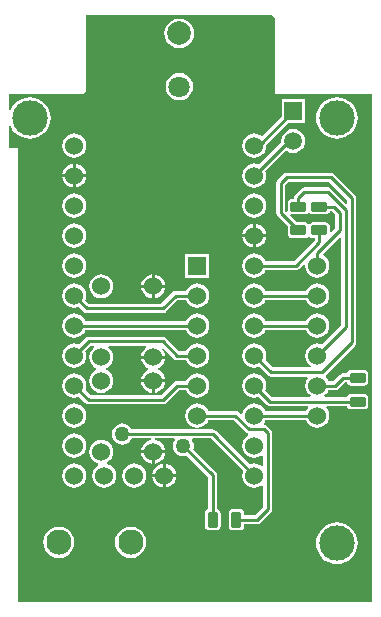
<source format=gbl>
G04 Layer_Physical_Order=2*
G04 Layer_Color=16711680*
%FSLAX24Y24*%
%MOIN*%
G70*
G01*
G75*
%ADD10R,0.0600X0.0600*%
G04:AMPARAMS|DCode=11|XSize=51.2mil|YSize=31.5mil|CornerRadius=3.9mil|HoleSize=0mil|Usage=FLASHONLY|Rotation=90.000|XOffset=0mil|YOffset=0mil|HoleType=Round|Shape=RoundedRectangle|*
%AMROUNDEDRECTD11*
21,1,0.0512,0.0236,0,0,90.0*
21,1,0.0433,0.0315,0,0,90.0*
1,1,0.0079,0.0118,0.0217*
1,1,0.0079,0.0118,-0.0217*
1,1,0.0079,-0.0118,-0.0217*
1,1,0.0079,-0.0118,0.0217*
%
%ADD11ROUNDEDRECTD11*%
G04:AMPARAMS|DCode=12|XSize=51.2mil|YSize=31.5mil|CornerRadius=3.9mil|HoleSize=0mil|Usage=FLASHONLY|Rotation=0.000|XOffset=0mil|YOffset=0mil|HoleType=Round|Shape=RoundedRectangle|*
%AMROUNDEDRECTD12*
21,1,0.0512,0.0236,0,0,0.0*
21,1,0.0433,0.0315,0,0,0.0*
1,1,0.0079,0.0217,-0.0118*
1,1,0.0079,-0.0217,-0.0118*
1,1,0.0079,-0.0217,0.0118*
1,1,0.0079,0.0217,0.0118*
%
%ADD12ROUNDEDRECTD12*%
%ADD15C,0.0100*%
%ADD17C,0.0600*%
%ADD18C,0.0591*%
%ADD19R,0.0591X0.0591*%
%ADD20C,0.0500*%
%ADD21C,0.1181*%
%ADD22C,0.0839*%
%ADD23C,0.0709*%
%ADD24C,0.0787*%
G36*
X54232Y30512D02*
Y27953D01*
X57480D01*
Y11024D01*
X45669D01*
Y26181D01*
X45374Y26181D01*
Y26885D01*
X45422Y26900D01*
X45486Y26780D01*
X45572Y26675D01*
X45677Y26588D01*
X45797Y26524D01*
X45928Y26485D01*
X46063Y26471D01*
X46198Y26485D01*
X46329Y26524D01*
X46448Y26588D01*
X46554Y26675D01*
X46640Y26780D01*
X46704Y26900D01*
X46744Y27030D01*
X46757Y27165D01*
X46744Y27301D01*
X46704Y27431D01*
X46640Y27551D01*
X46554Y27656D01*
X46448Y27742D01*
X46329Y27806D01*
X46198Y27846D01*
X46063Y27859D01*
X45928Y27846D01*
X45797Y27806D01*
X45677Y27742D01*
X45572Y27656D01*
X45486Y27551D01*
X45422Y27431D01*
X45374Y27445D01*
Y27953D01*
X47835Y27953D01*
X47933Y28051D01*
Y30610D01*
X54134D01*
X54232Y30512D01*
D02*
G37*
%LPC*%
G36*
X51050Y30484D02*
X50921Y30467D01*
X50801Y30417D01*
X50698Y30338D01*
X50619Y30235D01*
X50569Y30115D01*
X50552Y29986D01*
X50569Y29857D01*
X50619Y29737D01*
X50698Y29634D01*
X50801Y29555D01*
X50921Y29505D01*
X51050Y29488D01*
X51179Y29505D01*
X51299Y29555D01*
X51402Y29634D01*
X51481Y29737D01*
X51531Y29857D01*
X51548Y29986D01*
X51531Y30115D01*
X51481Y30235D01*
X51402Y30338D01*
X51299Y30417D01*
X51179Y30467D01*
X51050Y30484D01*
D02*
G37*
G36*
Y28672D02*
X50931Y28657D01*
X50821Y28611D01*
X50726Y28538D01*
X50653Y28443D01*
X50607Y28333D01*
X50592Y28214D01*
X50607Y28096D01*
X50653Y27985D01*
X50726Y27890D01*
X50821Y27817D01*
X50931Y27772D01*
X51050Y27756D01*
X51169Y27772D01*
X51279Y27817D01*
X51374Y27890D01*
X51447Y27985D01*
X51493Y28096D01*
X51508Y28214D01*
X51493Y28333D01*
X51447Y28443D01*
X51374Y28538D01*
X51279Y28611D01*
X51169Y28657D01*
X51050Y28672D01*
D02*
G37*
G36*
X55245Y27795D02*
X54455D01*
Y27221D01*
X53798Y26564D01*
X53752Y26599D01*
X53654Y26640D01*
X53550Y26653D01*
X53446Y26640D01*
X53348Y26599D01*
X53265Y26535D01*
X53201Y26452D01*
X53160Y26354D01*
X53147Y26250D01*
X53160Y26146D01*
X53201Y26048D01*
X53265Y25965D01*
X53348Y25901D01*
X53446Y25860D01*
X53550Y25847D01*
X53654Y25860D01*
X53752Y25901D01*
X53835Y25965D01*
X53899Y26048D01*
X53940Y26146D01*
X53953Y26250D01*
X53949Y26283D01*
X54671Y27005D01*
X55245D01*
Y27795D01*
D02*
G37*
G36*
X56299Y27859D02*
X56164Y27846D01*
X56034Y27806D01*
X55914Y27742D01*
X55809Y27656D01*
X55722Y27551D01*
X55658Y27431D01*
X55619Y27301D01*
X55605Y27165D01*
X55619Y27030D01*
X55658Y26900D01*
X55722Y26780D01*
X55809Y26675D01*
X55914Y26588D01*
X56034Y26524D01*
X56164Y26485D01*
X56299Y26471D01*
X56435Y26485D01*
X56565Y26524D01*
X56685Y26588D01*
X56790Y26675D01*
X56876Y26780D01*
X56940Y26900D01*
X56980Y27030D01*
X56993Y27165D01*
X56980Y27301D01*
X56940Y27431D01*
X56876Y27551D01*
X56790Y27656D01*
X56685Y27742D01*
X56565Y27806D01*
X56435Y27846D01*
X56299Y27859D01*
D02*
G37*
G36*
X54850Y26799D02*
X54747Y26785D01*
X54651Y26745D01*
X54568Y26682D01*
X54505Y26599D01*
X54465Y26503D01*
X54451Y26400D01*
X54455Y26371D01*
X53703Y25619D01*
X53654Y25640D01*
X53550Y25653D01*
X53446Y25640D01*
X53348Y25599D01*
X53265Y25535D01*
X53201Y25452D01*
X53160Y25354D01*
X53147Y25250D01*
X53160Y25146D01*
X53201Y25048D01*
X53265Y24965D01*
X53348Y24901D01*
X53446Y24860D01*
X53550Y24847D01*
X53654Y24860D01*
X53752Y24901D01*
X53835Y24965D01*
X53899Y25048D01*
X53940Y25146D01*
X53953Y25250D01*
X53940Y25354D01*
X53920Y25403D01*
X54606Y26089D01*
X54651Y26055D01*
X54747Y26015D01*
X54850Y26001D01*
X54953Y26015D01*
X55049Y26055D01*
X55132Y26118D01*
X55195Y26201D01*
X55235Y26297D01*
X55249Y26400D01*
X55235Y26503D01*
X55195Y26599D01*
X55132Y26682D01*
X55049Y26745D01*
X54953Y26785D01*
X54850Y26799D01*
D02*
G37*
G36*
X47550Y26653D02*
X47446Y26640D01*
X47348Y26599D01*
X47265Y26535D01*
X47201Y26452D01*
X47160Y26354D01*
X47147Y26250D01*
X47160Y26146D01*
X47201Y26048D01*
X47265Y25965D01*
X47348Y25901D01*
X47446Y25860D01*
X47550Y25847D01*
X47654Y25860D01*
X47752Y25901D01*
X47835Y25965D01*
X47899Y26048D01*
X47940Y26146D01*
X47953Y26250D01*
X47940Y26354D01*
X47899Y26452D01*
X47835Y26535D01*
X47752Y26599D01*
X47654Y26640D01*
X47550Y26653D01*
D02*
G37*
G36*
X47600Y25647D02*
Y25300D01*
X47947D01*
X47940Y25354D01*
X47899Y25452D01*
X47835Y25535D01*
X47752Y25599D01*
X47654Y25640D01*
X47600Y25647D01*
D02*
G37*
G36*
X47500D02*
X47446Y25640D01*
X47348Y25599D01*
X47265Y25535D01*
X47201Y25452D01*
X47160Y25354D01*
X47153Y25300D01*
X47500D01*
Y25647D01*
D02*
G37*
G36*
X47947Y25200D02*
X47600D01*
Y24853D01*
X47654Y24860D01*
X47752Y24901D01*
X47835Y24965D01*
X47899Y25048D01*
X47940Y25146D01*
X47947Y25200D01*
D02*
G37*
G36*
X47500D02*
X47153D01*
X47160Y25146D01*
X47201Y25048D01*
X47265Y24965D01*
X47348Y24901D01*
X47446Y24860D01*
X47500Y24853D01*
Y25200D01*
D02*
G37*
G36*
X53550Y24653D02*
X53446Y24640D01*
X53348Y24599D01*
X53265Y24535D01*
X53201Y24452D01*
X53160Y24354D01*
X53147Y24250D01*
X53160Y24146D01*
X53201Y24048D01*
X53265Y23965D01*
X53348Y23901D01*
X53446Y23860D01*
X53550Y23847D01*
X53654Y23860D01*
X53752Y23901D01*
X53835Y23965D01*
X53899Y24048D01*
X53940Y24146D01*
X53953Y24250D01*
X53940Y24354D01*
X53899Y24452D01*
X53835Y24535D01*
X53752Y24599D01*
X53654Y24640D01*
X53550Y24653D01*
D02*
G37*
G36*
X47550D02*
X47446Y24640D01*
X47348Y24599D01*
X47265Y24535D01*
X47201Y24452D01*
X47160Y24354D01*
X47147Y24250D01*
X47160Y24146D01*
X47201Y24048D01*
X47265Y23965D01*
X47348Y23901D01*
X47446Y23860D01*
X47550Y23847D01*
X47654Y23860D01*
X47752Y23901D01*
X47835Y23965D01*
X47899Y24048D01*
X47940Y24146D01*
X47953Y24250D01*
X47940Y24354D01*
X47899Y24452D01*
X47835Y24535D01*
X47752Y24599D01*
X47654Y24640D01*
X47550Y24653D01*
D02*
G37*
G36*
X53600Y23647D02*
Y23300D01*
X53947D01*
X53940Y23354D01*
X53899Y23452D01*
X53835Y23535D01*
X53752Y23599D01*
X53654Y23640D01*
X53600Y23647D01*
D02*
G37*
G36*
X53500D02*
X53446Y23640D01*
X53348Y23599D01*
X53265Y23535D01*
X53201Y23452D01*
X53160Y23354D01*
X53153Y23300D01*
X53500D01*
Y23647D01*
D02*
G37*
G36*
X53947Y23200D02*
X53600D01*
Y22853D01*
X53654Y22860D01*
X53752Y22901D01*
X53835Y22965D01*
X53899Y23048D01*
X53940Y23146D01*
X53947Y23200D01*
D02*
G37*
G36*
X53500D02*
X53153D01*
X53160Y23146D01*
X53201Y23048D01*
X53265Y22965D01*
X53348Y22901D01*
X53446Y22860D01*
X53500Y22853D01*
Y23200D01*
D02*
G37*
G36*
X47550Y23653D02*
X47446Y23640D01*
X47348Y23599D01*
X47265Y23535D01*
X47201Y23452D01*
X47160Y23354D01*
X47147Y23250D01*
X47160Y23146D01*
X47201Y23048D01*
X47265Y22965D01*
X47348Y22901D01*
X47446Y22860D01*
X47550Y22847D01*
X47654Y22860D01*
X47752Y22901D01*
X47835Y22965D01*
X47899Y23048D01*
X47940Y23146D01*
X47953Y23250D01*
X47940Y23354D01*
X47899Y23452D01*
X47835Y23535D01*
X47752Y23599D01*
X47654Y23640D01*
X47550Y23653D01*
D02*
G37*
G36*
X52050Y22650D02*
X51250D01*
Y21850D01*
X52050D01*
Y22650D01*
D02*
G37*
G36*
X47550Y22653D02*
X47446Y22640D01*
X47348Y22599D01*
X47265Y22535D01*
X47201Y22452D01*
X47160Y22354D01*
X47147Y22250D01*
X47160Y22146D01*
X47201Y22048D01*
X47265Y21965D01*
X47348Y21901D01*
X47446Y21860D01*
X47550Y21847D01*
X47654Y21860D01*
X47752Y21901D01*
X47835Y21965D01*
X47899Y22048D01*
X47940Y22146D01*
X47953Y22250D01*
X47940Y22354D01*
X47899Y22452D01*
X47835Y22535D01*
X47752Y22599D01*
X47654Y22640D01*
X47550Y22653D01*
D02*
G37*
G36*
X50227Y21952D02*
Y21605D01*
X50574D01*
X50567Y21660D01*
X50527Y21757D01*
X50462Y21840D01*
X50379Y21905D01*
X50282Y21945D01*
X50227Y21952D01*
D02*
G37*
G36*
X50127Y21952D02*
X50073Y21945D01*
X49975Y21905D01*
X49892Y21840D01*
X49828Y21757D01*
X49787Y21660D01*
X49780Y21605D01*
X50127D01*
Y21952D01*
D02*
G37*
G36*
X55650Y21653D02*
X55546Y21640D01*
X55448Y21599D01*
X55365Y21535D01*
X55301Y21452D01*
X55280Y21403D01*
X53920D01*
X53899Y21452D01*
X53835Y21535D01*
X53752Y21599D01*
X53654Y21640D01*
X53550Y21653D01*
X53446Y21640D01*
X53348Y21599D01*
X53265Y21535D01*
X53201Y21452D01*
X53160Y21354D01*
X53147Y21250D01*
X53160Y21146D01*
X53201Y21048D01*
X53265Y20965D01*
X53348Y20901D01*
X53446Y20860D01*
X53550Y20847D01*
X53654Y20860D01*
X53752Y20901D01*
X53835Y20965D01*
X53899Y21048D01*
X53920Y21097D01*
X55280D01*
X55301Y21048D01*
X55365Y20965D01*
X55448Y20901D01*
X55546Y20860D01*
X55650Y20847D01*
X55754Y20860D01*
X55852Y20901D01*
X55935Y20965D01*
X55999Y21048D01*
X56040Y21146D01*
X56053Y21250D01*
X56040Y21354D01*
X55999Y21452D01*
X55935Y21535D01*
X55852Y21599D01*
X55754Y21640D01*
X55650Y21653D01*
D02*
G37*
G36*
X50574Y21505D02*
X50227D01*
Y21158D01*
X50282Y21165D01*
X50379Y21206D01*
X50462Y21270D01*
X50527Y21353D01*
X50567Y21451D01*
X50574Y21505D01*
D02*
G37*
G36*
X50127D02*
X49780D01*
X49787Y21451D01*
X49828Y21353D01*
X49892Y21270D01*
X49975Y21206D01*
X50073Y21165D01*
X50127Y21158D01*
Y21505D01*
D02*
G37*
G36*
X48445Y21959D02*
X48340Y21945D01*
X48243Y21905D01*
X48160Y21840D01*
X48095Y21757D01*
X48055Y21660D01*
X48041Y21555D01*
X48055Y21451D01*
X48095Y21353D01*
X48160Y21270D01*
X48243Y21206D01*
X48340Y21165D01*
X48445Y21152D01*
X48549Y21165D01*
X48647Y21206D01*
X48730Y21270D01*
X48794Y21353D01*
X48835Y21451D01*
X48848Y21555D01*
X48835Y21660D01*
X48794Y21757D01*
X48730Y21840D01*
X48647Y21905D01*
X48549Y21945D01*
X48445Y21959D01*
D02*
G37*
G36*
X51650Y21653D02*
X51546Y21640D01*
X51448Y21599D01*
X51365Y21535D01*
X51301Y21452D01*
X51280Y21403D01*
X50922D01*
X50863Y21391D01*
X50814Y21358D01*
X50434Y20979D01*
X48038D01*
X47920Y21097D01*
X47940Y21146D01*
X47953Y21250D01*
X47940Y21354D01*
X47899Y21452D01*
X47835Y21535D01*
X47752Y21599D01*
X47654Y21640D01*
X47550Y21653D01*
X47446Y21640D01*
X47348Y21599D01*
X47265Y21535D01*
X47201Y21452D01*
X47160Y21354D01*
X47147Y21250D01*
X47160Y21146D01*
X47201Y21048D01*
X47265Y20965D01*
X47348Y20901D01*
X47446Y20860D01*
X47550Y20847D01*
X47654Y20860D01*
X47703Y20880D01*
X47866Y20717D01*
X47916Y20684D01*
X47974Y20673D01*
X50497D01*
X50556Y20684D01*
X50606Y20717D01*
X50985Y21097D01*
X51280D01*
X51301Y21048D01*
X51365Y20965D01*
X51448Y20901D01*
X51546Y20860D01*
X51650Y20847D01*
X51754Y20860D01*
X51852Y20901D01*
X51935Y20965D01*
X51999Y21048D01*
X52040Y21146D01*
X52053Y21250D01*
X52040Y21354D01*
X51999Y21452D01*
X51935Y21535D01*
X51852Y21599D01*
X51754Y21640D01*
X51650Y21653D01*
D02*
G37*
G36*
X55650Y20653D02*
X55546Y20640D01*
X55448Y20599D01*
X55365Y20535D01*
X55301Y20452D01*
X55280Y20403D01*
X53920D01*
X53899Y20452D01*
X53835Y20535D01*
X53752Y20599D01*
X53654Y20640D01*
X53550Y20653D01*
X53446Y20640D01*
X53348Y20599D01*
X53265Y20535D01*
X53201Y20452D01*
X53160Y20354D01*
X53147Y20250D01*
X53160Y20146D01*
X53201Y20048D01*
X53265Y19965D01*
X53348Y19901D01*
X53446Y19860D01*
X53550Y19847D01*
X53654Y19860D01*
X53752Y19901D01*
X53835Y19965D01*
X53899Y20048D01*
X53920Y20097D01*
X55280D01*
X55301Y20048D01*
X55365Y19965D01*
X55448Y19901D01*
X55546Y19860D01*
X55650Y19847D01*
X55754Y19860D01*
X55852Y19901D01*
X55935Y19965D01*
X55999Y20048D01*
X56040Y20146D01*
X56053Y20250D01*
X56040Y20354D01*
X55999Y20452D01*
X55935Y20535D01*
X55852Y20599D01*
X55754Y20640D01*
X55650Y20653D01*
D02*
G37*
G36*
X51650D02*
X51546Y20640D01*
X51448Y20599D01*
X51365Y20535D01*
X51301Y20452D01*
X51280Y20403D01*
X47920D01*
X47899Y20452D01*
X47835Y20535D01*
X47752Y20599D01*
X47654Y20640D01*
X47550Y20653D01*
X47446Y20640D01*
X47348Y20599D01*
X47265Y20535D01*
X47201Y20452D01*
X47160Y20354D01*
X47147Y20250D01*
X47160Y20146D01*
X47201Y20048D01*
X47265Y19965D01*
X47348Y19901D01*
X47446Y19860D01*
X47550Y19847D01*
X47654Y19860D01*
X47752Y19901D01*
X47835Y19965D01*
X47899Y20048D01*
X47920Y20097D01*
X51280D01*
X51301Y20048D01*
X51365Y19965D01*
X51448Y19901D01*
X51546Y19860D01*
X51650Y19847D01*
X51754Y19860D01*
X51852Y19901D01*
X51935Y19965D01*
X51999Y20048D01*
X52040Y20146D01*
X52053Y20250D01*
X52040Y20354D01*
X51999Y20452D01*
X51935Y20535D01*
X51852Y20599D01*
X51754Y20640D01*
X51650Y20653D01*
D02*
G37*
G36*
X56102Y25350D02*
X54626D01*
X54567Y25338D01*
X54518Y25305D01*
X54321Y25108D01*
X54288Y25059D01*
X54276Y25000D01*
Y24016D01*
X54288Y23957D01*
X54321Y23908D01*
X54665Y23564D01*
X54661Y23543D01*
Y23307D01*
X54672Y23253D01*
X54703Y23207D01*
X54749Y23176D01*
X54803Y23165D01*
X55236D01*
X55291Y23176D01*
X55333Y23204D01*
X55348Y23210D01*
X55380D01*
X55395Y23204D01*
X55438Y23176D01*
X55492Y23165D01*
X55556D01*
Y23095D01*
X54864Y22403D01*
X53920D01*
X53899Y22452D01*
X53835Y22535D01*
X53752Y22599D01*
X53654Y22640D01*
X53550Y22653D01*
X53446Y22640D01*
X53348Y22599D01*
X53265Y22535D01*
X53201Y22452D01*
X53160Y22354D01*
X53147Y22250D01*
X53160Y22146D01*
X53201Y22048D01*
X53265Y21965D01*
X53348Y21901D01*
X53446Y21860D01*
X53550Y21847D01*
X53654Y21860D01*
X53752Y21901D01*
X53835Y21965D01*
X53899Y22048D01*
X53920Y22097D01*
X54927D01*
X54986Y22109D01*
X55035Y22142D01*
X55204Y22311D01*
X55251Y22287D01*
X55247Y22250D01*
X55260Y22146D01*
X55301Y22048D01*
X55365Y21965D01*
X55448Y21901D01*
X55546Y21860D01*
X55650Y21847D01*
X55754Y21860D01*
X55852Y21901D01*
X55935Y21965D01*
X55999Y22048D01*
X56040Y22146D01*
X56053Y22250D01*
X56040Y22354D01*
X55999Y22452D01*
X55935Y22535D01*
X55856Y22596D01*
X55846Y22610D01*
X55839Y22650D01*
X56399Y23210D01*
X56445Y23191D01*
Y20261D01*
X55803Y19619D01*
X55754Y19640D01*
X55650Y19653D01*
X55546Y19640D01*
X55448Y19599D01*
X55365Y19535D01*
X55301Y19452D01*
X55260Y19354D01*
X55247Y19250D01*
X55260Y19146D01*
X55301Y19048D01*
X55365Y18965D01*
X55444Y18904D01*
X55444Y18898D01*
X55411Y18854D01*
X54163D01*
X53920Y19097D01*
X53940Y19146D01*
X53953Y19250D01*
X53940Y19354D01*
X53899Y19452D01*
X53835Y19535D01*
X53752Y19599D01*
X53654Y19640D01*
X53550Y19653D01*
X53446Y19640D01*
X53348Y19599D01*
X53265Y19535D01*
X53201Y19452D01*
X53160Y19354D01*
X53147Y19250D01*
X53160Y19146D01*
X53201Y19048D01*
X53265Y18965D01*
X53348Y18901D01*
X53446Y18860D01*
X53550Y18847D01*
X53654Y18860D01*
X53703Y18880D01*
X53991Y18593D01*
X54041Y18559D01*
X54099Y18548D01*
X55311D01*
X55336Y18498D01*
X55301Y18452D01*
X55260Y18354D01*
X55247Y18250D01*
X55260Y18146D01*
X55301Y18048D01*
X55365Y17965D01*
X55424Y17919D01*
X55407Y17869D01*
X54147D01*
X53920Y18097D01*
X53940Y18146D01*
X53953Y18250D01*
X53940Y18354D01*
X53899Y18452D01*
X53835Y18535D01*
X53752Y18599D01*
X53654Y18640D01*
X53550Y18653D01*
X53446Y18640D01*
X53348Y18599D01*
X53265Y18535D01*
X53201Y18452D01*
X53160Y18354D01*
X53147Y18250D01*
X53160Y18146D01*
X53201Y18048D01*
X53265Y17965D01*
X53348Y17901D01*
X53446Y17860D01*
X53550Y17847D01*
X53654Y17860D01*
X53703Y17881D01*
X53975Y17608D01*
X54025Y17575D01*
X54083Y17564D01*
X55323D01*
X55348Y17514D01*
X55301Y17452D01*
X55280Y17403D01*
X53920D01*
X53899Y17452D01*
X53835Y17535D01*
X53752Y17599D01*
X53654Y17640D01*
X53550Y17653D01*
X53446Y17640D01*
X53348Y17599D01*
X53265Y17535D01*
X53201Y17452D01*
X53160Y17354D01*
X53153Y17298D01*
X53100Y17280D01*
X53022Y17358D01*
X52972Y17391D01*
X52914Y17403D01*
X52020D01*
X51999Y17452D01*
X51935Y17535D01*
X51852Y17599D01*
X51754Y17640D01*
X51650Y17653D01*
X51546Y17640D01*
X51448Y17599D01*
X51365Y17535D01*
X51301Y17452D01*
X51260Y17354D01*
X51247Y17250D01*
X51260Y17146D01*
X51301Y17048D01*
X51365Y16965D01*
X51448Y16901D01*
X51546Y16860D01*
X51650Y16847D01*
X51754Y16860D01*
X51852Y16901D01*
X51935Y16965D01*
X51999Y17048D01*
X52020Y17097D01*
X52850D01*
X53255Y16692D01*
X53305Y16659D01*
X53343Y16651D01*
X53348Y16600D01*
X53348Y16599D01*
X53265Y16535D01*
X53201Y16452D01*
X53160Y16354D01*
X53147Y16250D01*
X53160Y16146D01*
X53201Y16048D01*
X53265Y15965D01*
X53348Y15901D01*
X53446Y15860D01*
X53550Y15847D01*
X53654Y15860D01*
X53752Y15901D01*
X53797Y15935D01*
X53847Y15911D01*
Y15589D01*
X53797Y15565D01*
X53752Y15599D01*
X53654Y15640D01*
X53550Y15653D01*
X53446Y15640D01*
X53397Y15619D01*
X52268Y16748D01*
X52218Y16781D01*
X52160Y16793D01*
X49461D01*
X49454Y16810D01*
X49398Y16883D01*
X49325Y16940D01*
X49239Y16975D01*
X49148Y16987D01*
X49057Y16975D01*
X48972Y16940D01*
X48898Y16883D01*
X48842Y16810D01*
X48807Y16725D01*
X48795Y16634D01*
X48807Y16542D01*
X48842Y16457D01*
X48898Y16384D01*
X48972Y16328D01*
X49057Y16293D01*
X49148Y16281D01*
X49239Y16293D01*
X49325Y16328D01*
X49398Y16384D01*
X49454Y16457D01*
X49466Y16487D01*
X50101D01*
X50105Y16437D01*
X50073Y16433D01*
X49975Y16393D01*
X49892Y16329D01*
X49828Y16245D01*
X49787Y16148D01*
X49780Y16093D01*
X50177D01*
X50574D01*
X50567Y16148D01*
X50527Y16245D01*
X50462Y16329D01*
X50379Y16393D01*
X50282Y16433D01*
X50250Y16437D01*
X50253Y16487D01*
X50873D01*
X50895Y16442D01*
X50875Y16417D01*
X50840Y16332D01*
X50828Y16240D01*
X50840Y16149D01*
X50875Y16064D01*
X50931Y15991D01*
X51005Y15934D01*
X51090Y15899D01*
X51181Y15887D01*
X51272Y15899D01*
X51296Y15909D01*
X52012Y15193D01*
Y14131D01*
X51993Y14127D01*
X51947Y14097D01*
X51916Y14050D01*
X51905Y13996D01*
Y13563D01*
X51916Y13509D01*
X51947Y13463D01*
X51993Y13432D01*
X52047Y13421D01*
X52283D01*
X52338Y13432D01*
X52384Y13463D01*
X52415Y13509D01*
X52426Y13563D01*
Y13996D01*
X52415Y14050D01*
X52384Y14097D01*
X52338Y14127D01*
X52318Y14131D01*
Y15256D01*
X52307Y15314D01*
X52274Y15364D01*
X51512Y16125D01*
X51522Y16149D01*
X51534Y16240D01*
X51522Y16332D01*
X51487Y16417D01*
X51467Y16442D01*
X51489Y16487D01*
X52096D01*
X53180Y15403D01*
X53160Y15354D01*
X53147Y15250D01*
X53160Y15146D01*
X53201Y15048D01*
X53265Y14965D01*
X53348Y14901D01*
X53446Y14860D01*
X53550Y14847D01*
X53654Y14860D01*
X53752Y14901D01*
X53797Y14935D01*
X53847Y14911D01*
Y14201D01*
X53578Y13932D01*
X53213D01*
Y13996D01*
X53202Y14050D01*
X53171Y14097D01*
X53125Y14127D01*
X53071Y14138D01*
X52835D01*
X52780Y14127D01*
X52734Y14097D01*
X52703Y14050D01*
X52693Y13996D01*
Y13563D01*
X52703Y13509D01*
X52734Y13463D01*
X52780Y13432D01*
X52835Y13421D01*
X53071D01*
X53125Y13432D01*
X53171Y13463D01*
X53202Y13509D01*
X53213Y13563D01*
Y13627D01*
X53642D01*
X53700Y13638D01*
X53750Y13671D01*
X54108Y14030D01*
X54141Y14079D01*
X54153Y14138D01*
Y16669D01*
X54141Y16728D01*
X54108Y16777D01*
X53977Y16908D01*
X53928Y16941D01*
X53887Y16949D01*
X53866Y16989D01*
X53865Y17003D01*
X53899Y17048D01*
X53920Y17097D01*
X55280D01*
X55301Y17048D01*
X55365Y16965D01*
X55448Y16901D01*
X55546Y16860D01*
X55650Y16847D01*
X55754Y16860D01*
X55852Y16901D01*
X55935Y16965D01*
X55999Y17048D01*
X56040Y17146D01*
X56053Y17250D01*
X56040Y17354D01*
X55999Y17452D01*
X55952Y17514D01*
X55977Y17564D01*
X56636D01*
X56640Y17544D01*
X56671Y17498D01*
X56717Y17467D01*
X56772Y17456D01*
X57205D01*
X57259Y17467D01*
X57305Y17498D01*
X57336Y17544D01*
X57347Y17598D01*
Y17835D01*
X57336Y17889D01*
X57305Y17935D01*
X57259Y17966D01*
X57205Y17977D01*
X56772D01*
X56717Y17966D01*
X56671Y17935D01*
X56640Y17889D01*
X56636Y17869D01*
X55893D01*
X55876Y17919D01*
X55935Y17965D01*
X55999Y18048D01*
X56020Y18097D01*
X56242D01*
X56301Y18109D01*
X56350Y18142D01*
X56559Y18351D01*
X56636D01*
X56640Y18331D01*
X56671Y18285D01*
X56717Y18255D01*
X56772Y18244D01*
X57205D01*
X57259Y18255D01*
X57305Y18285D01*
X57336Y18331D01*
X57347Y18386D01*
Y18622D01*
X57336Y18676D01*
X57305Y18723D01*
X57259Y18753D01*
X57205Y18764D01*
X56772D01*
X56717Y18753D01*
X56671Y18723D01*
X56640Y18676D01*
X56636Y18657D01*
X56496D01*
X56438Y18645D01*
X56388Y18612D01*
X56179Y18403D01*
X56020D01*
X55999Y18452D01*
X55935Y18535D01*
X55922Y18545D01*
X55927Y18605D01*
X56906Y19583D01*
X56939Y19633D01*
X56951Y19691D01*
Y24502D01*
X56939Y24560D01*
X56906Y24610D01*
X56211Y25305D01*
X56161Y25338D01*
X56102Y25350D01*
D02*
G37*
G36*
X50497Y19879D02*
X48026D01*
X47967Y19867D01*
X47917Y19834D01*
X47703Y19619D01*
X47654Y19640D01*
X47550Y19653D01*
X47446Y19640D01*
X47348Y19599D01*
X47265Y19535D01*
X47201Y19452D01*
X47160Y19354D01*
X47147Y19250D01*
X47160Y19146D01*
X47201Y19048D01*
X47265Y18965D01*
X47348Y18901D01*
X47446Y18860D01*
X47550Y18847D01*
X47654Y18860D01*
X47752Y18901D01*
X47835Y18965D01*
X47899Y19048D01*
X47940Y19146D01*
X47953Y19250D01*
X47940Y19354D01*
X47920Y19403D01*
X48089Y19573D01*
X48201D01*
X48218Y19523D01*
X48160Y19478D01*
X48095Y19395D01*
X48055Y19297D01*
X48041Y19193D01*
X48055Y19088D01*
X48095Y18991D01*
X48160Y18908D01*
X48243Y18844D01*
X48285Y18826D01*
Y18772D01*
X48243Y18755D01*
X48160Y18691D01*
X48095Y18607D01*
X48055Y18510D01*
X48041Y18406D01*
X48055Y18301D01*
X48095Y18204D01*
X48160Y18120D01*
X48243Y18056D01*
X48340Y18016D01*
X48445Y18002D01*
X48549Y18016D01*
X48647Y18056D01*
X48730Y18120D01*
X48794Y18204D01*
X48835Y18301D01*
X48848Y18406D01*
X48835Y18510D01*
X48794Y18607D01*
X48730Y18691D01*
X48647Y18755D01*
X48605Y18772D01*
Y18826D01*
X48647Y18844D01*
X48730Y18908D01*
X48794Y18991D01*
X48835Y19088D01*
X48848Y19193D01*
X48835Y19297D01*
X48794Y19395D01*
X48730Y19478D01*
X48672Y19523D01*
X48689Y19573D01*
X49933D01*
X49950Y19523D01*
X49892Y19478D01*
X49828Y19395D01*
X49787Y19297D01*
X49780Y19243D01*
X50177D01*
X50574D01*
X50567Y19297D01*
X50527Y19395D01*
X50478Y19458D01*
X50515Y19491D01*
X50865Y19142D01*
X50914Y19109D01*
X50973Y19097D01*
X51280D01*
X51301Y19048D01*
X51365Y18965D01*
X51448Y18901D01*
X51546Y18860D01*
X51650Y18847D01*
X51754Y18860D01*
X51852Y18901D01*
X51935Y18965D01*
X51999Y19048D01*
X52040Y19146D01*
X52053Y19250D01*
X52040Y19354D01*
X51999Y19452D01*
X51935Y19535D01*
X51852Y19599D01*
X51754Y19640D01*
X51650Y19653D01*
X51546Y19640D01*
X51448Y19599D01*
X51365Y19535D01*
X51301Y19452D01*
X51280Y19403D01*
X51036D01*
X50606Y19834D01*
X50556Y19867D01*
X50497Y19879D01*
D02*
G37*
G36*
X50574Y19143D02*
X50177D01*
X49780D01*
X49787Y19088D01*
X49828Y18991D01*
X49892Y18908D01*
X49975Y18844D01*
X50017Y18826D01*
Y18772D01*
X49975Y18755D01*
X49892Y18691D01*
X49828Y18607D01*
X49787Y18510D01*
X49780Y18456D01*
X50177D01*
X50574D01*
X50567Y18510D01*
X50527Y18607D01*
X50462Y18691D01*
X50379Y18755D01*
X50337Y18772D01*
Y18826D01*
X50379Y18844D01*
X50462Y18908D01*
X50527Y18991D01*
X50567Y19088D01*
X50574Y19143D01*
D02*
G37*
G36*
Y18356D02*
X50227D01*
Y18009D01*
X50282Y18016D01*
X50379Y18056D01*
X50462Y18120D01*
X50527Y18204D01*
X50567Y18301D01*
X50574Y18356D01*
D02*
G37*
G36*
X50127D02*
X49780D01*
X49787Y18301D01*
X49828Y18204D01*
X49892Y18120D01*
X49975Y18056D01*
X50073Y18016D01*
X50127Y18009D01*
Y18356D01*
D02*
G37*
G36*
X51650Y18653D02*
X51546Y18640D01*
X51448Y18599D01*
X51365Y18535D01*
X51301Y18452D01*
X51280Y18403D01*
X50973D01*
X50914Y18391D01*
X50865Y18358D01*
X50434Y17927D01*
X48089D01*
X47920Y18097D01*
X47940Y18146D01*
X47953Y18250D01*
X47940Y18354D01*
X47899Y18452D01*
X47835Y18535D01*
X47752Y18599D01*
X47654Y18640D01*
X47550Y18653D01*
X47446Y18640D01*
X47348Y18599D01*
X47265Y18535D01*
X47201Y18452D01*
X47160Y18354D01*
X47147Y18250D01*
X47160Y18146D01*
X47201Y18048D01*
X47265Y17965D01*
X47348Y17901D01*
X47446Y17860D01*
X47550Y17847D01*
X47654Y17860D01*
X47703Y17881D01*
X47917Y17666D01*
X47967Y17633D01*
X48026Y17621D01*
X50497D01*
X50556Y17633D01*
X50606Y17666D01*
X51036Y18097D01*
X51280D01*
X51301Y18048D01*
X51365Y17965D01*
X51448Y17901D01*
X51546Y17860D01*
X51650Y17847D01*
X51754Y17860D01*
X51852Y17901D01*
X51935Y17965D01*
X51999Y18048D01*
X52040Y18146D01*
X52053Y18250D01*
X52040Y18354D01*
X51999Y18452D01*
X51935Y18535D01*
X51852Y18599D01*
X51754Y18640D01*
X51650Y18653D01*
D02*
G37*
G36*
X47550Y17653D02*
X47446Y17640D01*
X47348Y17599D01*
X47265Y17535D01*
X47201Y17452D01*
X47160Y17354D01*
X47147Y17250D01*
X47160Y17146D01*
X47201Y17048D01*
X47265Y16965D01*
X47348Y16901D01*
X47446Y16860D01*
X47550Y16847D01*
X47654Y16860D01*
X47752Y16901D01*
X47835Y16965D01*
X47899Y17048D01*
X47940Y17146D01*
X47953Y17250D01*
X47940Y17354D01*
X47899Y17452D01*
X47835Y17535D01*
X47752Y17599D01*
X47654Y17640D01*
X47550Y17653D01*
D02*
G37*
G36*
Y16653D02*
X47446Y16640D01*
X47348Y16599D01*
X47265Y16535D01*
X47201Y16452D01*
X47160Y16354D01*
X47147Y16250D01*
X47160Y16146D01*
X47201Y16048D01*
X47265Y15965D01*
X47348Y15901D01*
X47446Y15860D01*
X47550Y15847D01*
X47654Y15860D01*
X47752Y15901D01*
X47835Y15965D01*
X47899Y16048D01*
X47940Y16146D01*
X47953Y16250D01*
X47940Y16354D01*
X47899Y16452D01*
X47835Y16535D01*
X47752Y16599D01*
X47654Y16640D01*
X47550Y16653D01*
D02*
G37*
G36*
X50574Y15993D02*
X50227D01*
Y15646D01*
X50282Y15654D01*
X50379Y15694D01*
X50462Y15758D01*
X50527Y15842D01*
X50567Y15939D01*
X50574Y15993D01*
D02*
G37*
G36*
X50127D02*
X49780D01*
X49787Y15939D01*
X49828Y15842D01*
X49892Y15758D01*
X49975Y15694D01*
X50073Y15654D01*
X50127Y15646D01*
Y15993D01*
D02*
G37*
G36*
X50600Y15647D02*
Y15300D01*
X50947D01*
X50940Y15354D01*
X50899Y15452D01*
X50835Y15535D01*
X50752Y15599D01*
X50654Y15640D01*
X50600Y15647D01*
D02*
G37*
G36*
X50500D02*
X50446Y15640D01*
X50348Y15599D01*
X50265Y15535D01*
X50201Y15452D01*
X50160Y15354D01*
X50153Y15300D01*
X50500D01*
Y15647D01*
D02*
G37*
G36*
X50947Y15200D02*
X50600D01*
Y14853D01*
X50654Y14860D01*
X50752Y14901D01*
X50835Y14965D01*
X50899Y15048D01*
X50940Y15146D01*
X50947Y15200D01*
D02*
G37*
G36*
X50500D02*
X50153D01*
X50160Y15146D01*
X50201Y15048D01*
X50265Y14965D01*
X50348Y14901D01*
X50446Y14860D01*
X50500Y14853D01*
Y15200D01*
D02*
G37*
G36*
X49550Y15653D02*
X49446Y15640D01*
X49348Y15599D01*
X49265Y15535D01*
X49201Y15452D01*
X49160Y15354D01*
X49147Y15250D01*
X49160Y15146D01*
X49201Y15048D01*
X49265Y14965D01*
X49348Y14901D01*
X49446Y14860D01*
X49550Y14847D01*
X49654Y14860D01*
X49752Y14901D01*
X49835Y14965D01*
X49899Y15048D01*
X49940Y15146D01*
X49953Y15250D01*
X49940Y15354D01*
X49899Y15452D01*
X49835Y15535D01*
X49752Y15599D01*
X49654Y15640D01*
X49550Y15653D01*
D02*
G37*
G36*
X48445Y16447D02*
X48340Y16433D01*
X48243Y16393D01*
X48160Y16329D01*
X48095Y16245D01*
X48055Y16148D01*
X48041Y16043D01*
X48055Y15939D01*
X48095Y15842D01*
X48160Y15758D01*
X48243Y15694D01*
X48340Y15654D01*
X48347Y15653D01*
X48353Y15601D01*
X48348Y15599D01*
X48265Y15535D01*
X48201Y15452D01*
X48160Y15354D01*
X48147Y15250D01*
X48160Y15146D01*
X48201Y15048D01*
X48265Y14965D01*
X48348Y14901D01*
X48446Y14860D01*
X48550Y14847D01*
X48654Y14860D01*
X48752Y14901D01*
X48835Y14965D01*
X48899Y15048D01*
X48940Y15146D01*
X48953Y15250D01*
X48940Y15354D01*
X48899Y15452D01*
X48835Y15535D01*
X48752Y15599D01*
X48654Y15640D01*
X48648Y15641D01*
X48642Y15692D01*
X48647Y15694D01*
X48730Y15758D01*
X48794Y15842D01*
X48835Y15939D01*
X48848Y16043D01*
X48835Y16148D01*
X48794Y16245D01*
X48730Y16329D01*
X48647Y16393D01*
X48549Y16433D01*
X48445Y16447D01*
D02*
G37*
G36*
X47550Y15653D02*
X47446Y15640D01*
X47348Y15599D01*
X47265Y15535D01*
X47201Y15452D01*
X47160Y15354D01*
X47147Y15250D01*
X47160Y15146D01*
X47201Y15048D01*
X47265Y14965D01*
X47348Y14901D01*
X47446Y14860D01*
X47550Y14847D01*
X47654Y14860D01*
X47752Y14901D01*
X47835Y14965D01*
X47899Y15048D01*
X47940Y15146D01*
X47953Y15250D01*
X47940Y15354D01*
X47899Y15452D01*
X47835Y15535D01*
X47752Y15599D01*
X47654Y15640D01*
X47550Y15653D01*
D02*
G37*
G36*
X49425Y13545D02*
X49290Y13528D01*
X49163Y13475D01*
X49055Y13392D01*
X48972Y13284D01*
X48919Y13157D01*
X48901Y13022D01*
X48919Y12886D01*
X48972Y12760D01*
X49055Y12651D01*
X49163Y12568D01*
X49290Y12516D01*
X49425Y12498D01*
X49561Y12516D01*
X49687Y12568D01*
X49796Y12651D01*
X49879Y12760D01*
X49931Y12886D01*
X49949Y13022D01*
X49931Y13157D01*
X49879Y13284D01*
X49796Y13392D01*
X49687Y13475D01*
X49561Y13528D01*
X49425Y13545D01*
D02*
G37*
G36*
X47028D02*
X46892Y13528D01*
X46766Y13475D01*
X46657Y13392D01*
X46574Y13284D01*
X46522Y13157D01*
X46504Y13022D01*
X46522Y12886D01*
X46574Y12760D01*
X46657Y12651D01*
X46766Y12568D01*
X46892Y12516D01*
X47028Y12498D01*
X47163Y12516D01*
X47289Y12568D01*
X47398Y12651D01*
X47481Y12760D01*
X47533Y12886D01*
X47551Y13022D01*
X47533Y13157D01*
X47481Y13284D01*
X47398Y13392D01*
X47289Y13475D01*
X47163Y13528D01*
X47028Y13545D01*
D02*
G37*
G36*
X56299Y13686D02*
X56164Y13673D01*
X56034Y13633D01*
X55914Y13569D01*
X55809Y13483D01*
X55722Y13378D01*
X55658Y13258D01*
X55619Y13127D01*
X55605Y12992D01*
X55619Y12857D01*
X55658Y12727D01*
X55722Y12607D01*
X55809Y12501D01*
X55914Y12415D01*
X56034Y12351D01*
X56164Y12312D01*
X56299Y12298D01*
X56435Y12312D01*
X56565Y12351D01*
X56685Y12415D01*
X56790Y12501D01*
X56876Y12607D01*
X56940Y12727D01*
X56980Y12857D01*
X56993Y12992D01*
X56980Y13127D01*
X56940Y13258D01*
X56876Y13378D01*
X56790Y13483D01*
X56685Y13569D01*
X56565Y13633D01*
X56435Y13673D01*
X56299Y13686D01*
D02*
G37*
%LPD*%
G36*
X56645Y24438D02*
Y24333D01*
X56599Y24314D01*
X56137Y24775D01*
X56112Y24813D01*
X56062Y24846D01*
X56004Y24858D01*
X55217D01*
X55158Y24846D01*
X55108Y24813D01*
X54912Y24616D01*
X54878Y24566D01*
X54867Y24508D01*
Y24473D01*
X54803D01*
X54749Y24462D01*
X54703Y24431D01*
X54672Y24385D01*
X54661Y24331D01*
Y24094D01*
X54667Y24065D01*
X54621Y24040D01*
X54582Y24079D01*
Y24937D01*
X54689Y25044D01*
X56039D01*
X56645Y24438D01*
D02*
G37*
G36*
X56245Y23952D02*
Y23489D01*
X56113Y23357D01*
X56067Y23376D01*
Y23543D01*
X56056Y23598D01*
X56026Y23644D01*
X55980Y23675D01*
X55925Y23685D01*
X55492D01*
X55438Y23675D01*
X55395Y23646D01*
X55380Y23640D01*
X55348D01*
X55333Y23646D01*
X55291Y23675D01*
X55236Y23685D01*
X54976D01*
X54749Y23912D01*
X54774Y23958D01*
X54803Y23952D01*
X55236D01*
X55291Y23963D01*
X55333Y23992D01*
X55348Y23998D01*
X55380D01*
X55395Y23992D01*
X55438Y23963D01*
X55492Y23952D01*
X55925D01*
X55980Y23963D01*
X56026Y23994D01*
X56056Y24040D01*
X56060Y24060D01*
X56137D01*
X56245Y23952D01*
D02*
G37*
D10*
X51650Y22250D02*
D03*
D11*
X52165Y13780D02*
D03*
X52953D02*
D03*
D12*
X56988Y18504D02*
D03*
Y17717D02*
D03*
X55709Y23425D02*
D03*
Y24213D02*
D03*
X55020Y23425D02*
D03*
Y24213D02*
D03*
D15*
X52160Y16640D02*
X53550Y15250D01*
X49154Y16640D02*
X52160D01*
X49148Y16634D02*
X49154Y16640D01*
X54000Y14138D02*
Y16669D01*
X53869Y16800D02*
X54000Y16669D01*
X53364Y16800D02*
X53869D01*
X51181Y16240D02*
X52165Y15256D01*
Y13780D02*
Y15256D01*
X52953Y13780D02*
X53642D01*
X54000Y14138D01*
X52914Y17250D02*
X53364Y16800D01*
X51650Y17250D02*
X52914D01*
X53550Y18250D02*
X54083Y17717D01*
X56988D01*
X56496Y18504D02*
X56988D01*
X56242Y18250D02*
X56496Y18504D01*
X55650Y18250D02*
X56242D01*
X53550Y22250D02*
X54927D01*
X55709Y23031D01*
Y23425D01*
X53550Y19250D02*
X54099Y18701D01*
X55807D01*
X56798Y19691D01*
Y24502D01*
X56102Y25197D02*
X56798Y24502D01*
X54626Y25197D02*
X56102D01*
X54429Y25000D02*
X54626Y25197D01*
X54429Y24016D02*
Y25000D01*
Y24016D02*
X55020Y23425D01*
X55650Y19250D02*
X56598Y20198D01*
Y24099D01*
X56004Y24692D02*
X56598Y24099D01*
X56004Y24692D02*
Y24705D01*
X55217D02*
X56004D01*
X55020Y24508D02*
X55217Y24705D01*
X55020Y24213D02*
Y24508D01*
X55709Y24213D02*
X56201D01*
X56398Y24016D01*
Y23425D02*
Y24016D01*
X55650Y22678D02*
X56398Y23425D01*
X55650Y22250D02*
Y22678D01*
X53550Y21250D02*
X55650D01*
X53550Y20250D02*
X55650D01*
X53550Y17250D02*
X55650D01*
X54700Y26400D02*
X54850D01*
X53550Y25250D02*
X54700Y26400D01*
X53550Y26250D02*
X53700D01*
X54850Y27400D01*
X50922Y21250D02*
X51650D01*
X50497Y20826D02*
X50922Y21250D01*
X47974Y20826D02*
X50497D01*
X47550Y21250D02*
X47974Y20826D01*
X47550Y20250D02*
X51650D01*
X50973Y19250D02*
X51650D01*
X50497Y19726D02*
X50973Y19250D01*
X48026Y19726D02*
X50497D01*
X47550Y19250D02*
X48026Y19726D01*
X50973Y18250D02*
X51650D01*
X50497Y17774D02*
X50973Y18250D01*
X48026Y17774D02*
X50497D01*
X47550Y18250D02*
X48026Y17774D01*
D17*
X48445Y18406D02*
D03*
X50177D02*
D03*
Y16043D02*
D03*
X48445D02*
D03*
Y21555D02*
D03*
X50177D02*
D03*
Y19193D02*
D03*
X48445D02*
D03*
X51650Y17250D02*
D03*
Y18250D02*
D03*
Y19250D02*
D03*
Y20250D02*
D03*
Y21250D02*
D03*
X55650Y17250D02*
D03*
Y18250D02*
D03*
Y19250D02*
D03*
Y20250D02*
D03*
Y21250D02*
D03*
Y22250D02*
D03*
X50550Y15250D02*
D03*
X49550D02*
D03*
X48550D02*
D03*
X47550Y26250D02*
D03*
Y25250D02*
D03*
Y16250D02*
D03*
Y24250D02*
D03*
Y23250D02*
D03*
Y22250D02*
D03*
Y21250D02*
D03*
Y20250D02*
D03*
Y19250D02*
D03*
Y18250D02*
D03*
Y17250D02*
D03*
Y15250D02*
D03*
X53550Y24250D02*
D03*
Y15250D02*
D03*
Y16250D02*
D03*
Y17250D02*
D03*
Y18250D02*
D03*
Y19250D02*
D03*
Y20250D02*
D03*
Y21250D02*
D03*
Y22250D02*
D03*
Y23250D02*
D03*
Y25250D02*
D03*
Y26250D02*
D03*
D18*
X54850Y26400D02*
D03*
D19*
Y27400D02*
D03*
D20*
X49148Y16634D02*
D03*
X51181Y16240D02*
D03*
D21*
X56299Y27165D02*
D03*
X46063D02*
D03*
X56299Y12992D02*
D03*
D22*
X49425Y13022D02*
D03*
X47028D02*
D03*
D23*
X51050Y28214D02*
D03*
D24*
Y29986D02*
D03*
M02*

</source>
